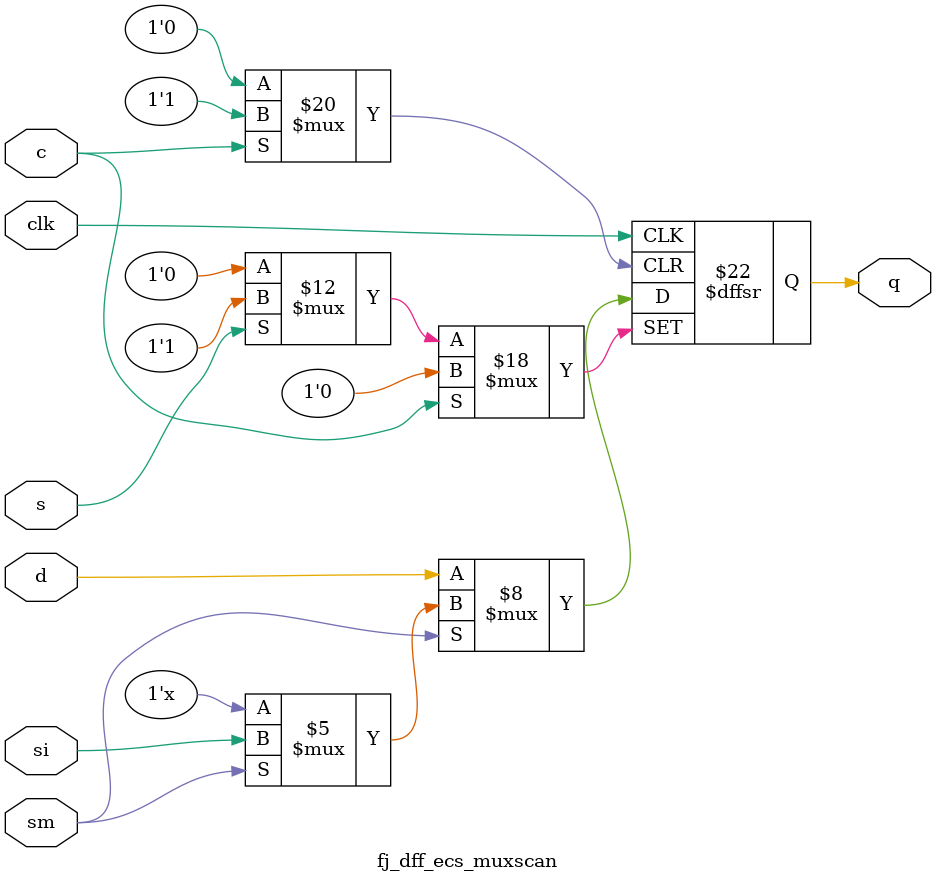
<source format=v>
module fj_dff_ecs_muxscan(q, d, si, sm, clk, c, s);
output  q; 
input   d, si, sm, clk, c, s;
        reg q;
        always @(posedge clk or posedge c or posedge s) begin
		if (s)
		   	q <= #1 1'b1;	
		else if (c)
		   	q <= #1 1'b0;
                else if (sm==1'b0) 
		   	q <= #1 d;
                else if (sm==1'b1)
		   	q <= #1 si;
                else    q <= #1 1'bx;
        end
endmodule
</source>
